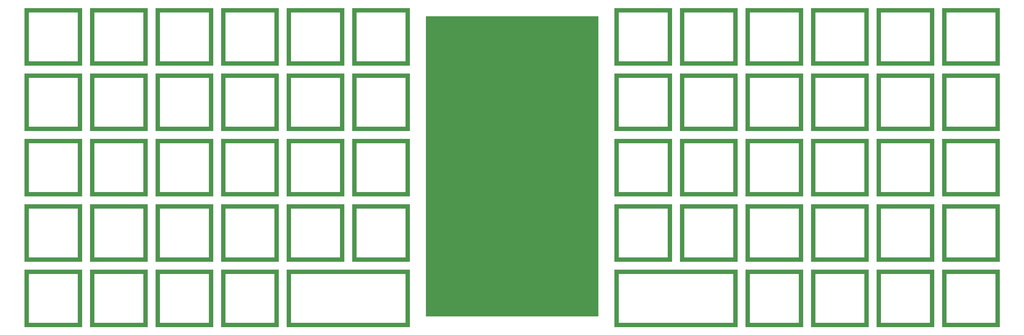
<source format=gts>
%TF.GenerationSoftware,KiCad,Pcbnew,(5.1.10-1-10_14)*%
%TF.CreationDate,2021-08-21T09:36:11+02:00*%
%TF.ProjectId,brutal60-split,62727574-616c-4363-902d-73706c69742e,rev?*%
%TF.SameCoordinates,Original*%
%TF.FileFunction,Soldermask,Top*%
%TF.FilePolarity,Negative*%
%FSLAX46Y46*%
G04 Gerber Fmt 4.6, Leading zero omitted, Abs format (unit mm)*
G04 Created by KiCad (PCBNEW (5.1.10-1-10_14)) date 2021-08-21 09:36:11*
%MOMM*%
%LPD*%
G01*
G04 APERTURE LIST*
%ADD10C,0.100000*%
G04 APERTURE END LIST*
D10*
G36*
X64293750Y-76676250D02*
G01*
X47625000Y-76676250D01*
X48815625Y-75485625D01*
X63103125Y-75485625D01*
X64293750Y-76676250D01*
G37*
X64293750Y-76676250D02*
X47625000Y-76676250D01*
X48815625Y-75485625D01*
X63103125Y-75485625D01*
X64293750Y-76676250D01*
G36*
X48815625Y-61198125D02*
G01*
X48815625Y-75485625D01*
X47625000Y-76676250D01*
X47625000Y-60007500D01*
X48815625Y-61198125D01*
G37*
X48815625Y-61198125D02*
X48815625Y-75485625D01*
X47625000Y-76676250D01*
X47625000Y-60007500D01*
X48815625Y-61198125D01*
G36*
X10715625Y-61198125D02*
G01*
X10715625Y-75485625D01*
X9525000Y-76676250D01*
X9525000Y-60007500D01*
X10715625Y-61198125D01*
G37*
X10715625Y-61198125D02*
X10715625Y-75485625D01*
X9525000Y-76676250D01*
X9525000Y-60007500D01*
X10715625Y-61198125D01*
G36*
X67865625Y-61198125D02*
G01*
X67865625Y-75485625D01*
X66675000Y-76676250D01*
X66675000Y-60007500D01*
X67865625Y-61198125D01*
G37*
X67865625Y-61198125D02*
X67865625Y-75485625D01*
X66675000Y-76676250D01*
X66675000Y-60007500D01*
X67865625Y-61198125D01*
G36*
X83343750Y-76676250D02*
G01*
X82153125Y-75485625D01*
X82153125Y-61198125D01*
X83343750Y-60007500D01*
X83343750Y-76676250D01*
G37*
X83343750Y-76676250D02*
X82153125Y-75485625D01*
X82153125Y-61198125D01*
X83343750Y-60007500D01*
X83343750Y-76676250D01*
G36*
X26193750Y-76676250D02*
G01*
X9525000Y-76676250D01*
X10715625Y-75485625D01*
X25003125Y-75485625D01*
X26193750Y-76676250D01*
G37*
X26193750Y-76676250D02*
X9525000Y-76676250D01*
X10715625Y-75485625D01*
X25003125Y-75485625D01*
X26193750Y-76676250D01*
G36*
X102393750Y-76676250D02*
G01*
X101203125Y-75485625D01*
X101203125Y-61198125D01*
X102393750Y-60007500D01*
X102393750Y-76676250D01*
G37*
X102393750Y-76676250D02*
X101203125Y-75485625D01*
X101203125Y-61198125D01*
X102393750Y-60007500D01*
X102393750Y-76676250D01*
G36*
X83343750Y-76676250D02*
G01*
X66675000Y-76676250D01*
X67865625Y-75485625D01*
X82153125Y-75485625D01*
X83343750Y-76676250D01*
G37*
X83343750Y-76676250D02*
X66675000Y-76676250D01*
X67865625Y-75485625D01*
X82153125Y-75485625D01*
X83343750Y-76676250D01*
G36*
X82153125Y-61198125D02*
G01*
X67865625Y-61198125D01*
X66675000Y-60007500D01*
X83343750Y-60007500D01*
X82153125Y-61198125D01*
G37*
X82153125Y-61198125D02*
X67865625Y-61198125D01*
X66675000Y-60007500D01*
X83343750Y-60007500D01*
X82153125Y-61198125D01*
G36*
X86915625Y-61198125D02*
G01*
X86915625Y-75485625D01*
X85725000Y-76676250D01*
X85725000Y-60007500D01*
X86915625Y-61198125D01*
G37*
X86915625Y-61198125D02*
X86915625Y-75485625D01*
X85725000Y-76676250D01*
X85725000Y-60007500D01*
X86915625Y-61198125D01*
G36*
X7143750Y-76676250D02*
G01*
X5953125Y-75485625D01*
X5953125Y-61198125D01*
X7143750Y-60007500D01*
X7143750Y-76676250D01*
G37*
X7143750Y-76676250D02*
X5953125Y-75485625D01*
X5953125Y-61198125D01*
X7143750Y-60007500D01*
X7143750Y-76676250D01*
G36*
X25003125Y-61198125D02*
G01*
X10715625Y-61198125D01*
X9525000Y-60007500D01*
X26193750Y-60007500D01*
X25003125Y-61198125D01*
G37*
X25003125Y-61198125D02*
X10715625Y-61198125D01*
X9525000Y-60007500D01*
X26193750Y-60007500D01*
X25003125Y-61198125D01*
G36*
X44053125Y-61198125D02*
G01*
X29765625Y-61198125D01*
X28575000Y-60007500D01*
X45243750Y-60007500D01*
X44053125Y-61198125D01*
G37*
X44053125Y-61198125D02*
X29765625Y-61198125D01*
X28575000Y-60007500D01*
X45243750Y-60007500D01*
X44053125Y-61198125D01*
G36*
X64293750Y-76676250D02*
G01*
X63103125Y-75485625D01*
X63103125Y-61198125D01*
X64293750Y-60007500D01*
X64293750Y-76676250D01*
G37*
X64293750Y-76676250D02*
X63103125Y-75485625D01*
X63103125Y-61198125D01*
X64293750Y-60007500D01*
X64293750Y-76676250D01*
G36*
X26193750Y-76676250D02*
G01*
X25003125Y-75485625D01*
X25003125Y-61198125D01*
X26193750Y-60007500D01*
X26193750Y-76676250D01*
G37*
X26193750Y-76676250D02*
X25003125Y-75485625D01*
X25003125Y-61198125D01*
X26193750Y-60007500D01*
X26193750Y-76676250D01*
G36*
X102393750Y-57626250D02*
G01*
X85725000Y-57626250D01*
X86915625Y-56435625D01*
X101203125Y-56435625D01*
X102393750Y-57626250D01*
G37*
X102393750Y-57626250D02*
X85725000Y-57626250D01*
X86915625Y-56435625D01*
X101203125Y-56435625D01*
X102393750Y-57626250D01*
G36*
X101203125Y-42148125D02*
G01*
X86915625Y-42148125D01*
X85725000Y-40957500D01*
X102393750Y-40957500D01*
X101203125Y-42148125D01*
G37*
X101203125Y-42148125D02*
X86915625Y-42148125D01*
X85725000Y-40957500D01*
X102393750Y-40957500D01*
X101203125Y-42148125D01*
G36*
X86915625Y-42148125D02*
G01*
X86915625Y-56435625D01*
X85725000Y-57626250D01*
X85725000Y-40957500D01*
X86915625Y-42148125D01*
G37*
X86915625Y-42148125D02*
X86915625Y-56435625D01*
X85725000Y-57626250D01*
X85725000Y-40957500D01*
X86915625Y-42148125D01*
G36*
X102393750Y-57626250D02*
G01*
X101203125Y-56435625D01*
X101203125Y-42148125D01*
X102393750Y-40957500D01*
X102393750Y-57626250D01*
G37*
X102393750Y-57626250D02*
X101203125Y-56435625D01*
X101203125Y-42148125D01*
X102393750Y-40957500D01*
X102393750Y-57626250D01*
G36*
X83343750Y-57626250D02*
G01*
X66675000Y-57626250D01*
X67865625Y-56435625D01*
X82153125Y-56435625D01*
X83343750Y-57626250D01*
G37*
X83343750Y-57626250D02*
X66675000Y-57626250D01*
X67865625Y-56435625D01*
X82153125Y-56435625D01*
X83343750Y-57626250D01*
G36*
X82153125Y-42148125D02*
G01*
X67865625Y-42148125D01*
X66675000Y-40957500D01*
X83343750Y-40957500D01*
X82153125Y-42148125D01*
G37*
X82153125Y-42148125D02*
X67865625Y-42148125D01*
X66675000Y-40957500D01*
X83343750Y-40957500D01*
X82153125Y-42148125D01*
G36*
X67865625Y-42148125D02*
G01*
X67865625Y-56435625D01*
X66675000Y-57626250D01*
X66675000Y-40957500D01*
X67865625Y-42148125D01*
G37*
X67865625Y-42148125D02*
X67865625Y-56435625D01*
X66675000Y-57626250D01*
X66675000Y-40957500D01*
X67865625Y-42148125D01*
G36*
X83343750Y-57626250D02*
G01*
X82153125Y-56435625D01*
X82153125Y-42148125D01*
X83343750Y-40957500D01*
X83343750Y-57626250D01*
G37*
X83343750Y-57626250D02*
X82153125Y-56435625D01*
X82153125Y-42148125D01*
X83343750Y-40957500D01*
X83343750Y-57626250D01*
G36*
X64293750Y-57626250D02*
G01*
X47625000Y-57626250D01*
X48815625Y-56435625D01*
X63103125Y-56435625D01*
X64293750Y-57626250D01*
G37*
X64293750Y-57626250D02*
X47625000Y-57626250D01*
X48815625Y-56435625D01*
X63103125Y-56435625D01*
X64293750Y-57626250D01*
G36*
X63103125Y-42148125D02*
G01*
X48815625Y-42148125D01*
X47625000Y-40957500D01*
X64293750Y-40957500D01*
X63103125Y-42148125D01*
G37*
X63103125Y-42148125D02*
X48815625Y-42148125D01*
X47625000Y-40957500D01*
X64293750Y-40957500D01*
X63103125Y-42148125D01*
G36*
X48815625Y-42148125D02*
G01*
X48815625Y-56435625D01*
X47625000Y-57626250D01*
X47625000Y-40957500D01*
X48815625Y-42148125D01*
G37*
X48815625Y-42148125D02*
X48815625Y-56435625D01*
X47625000Y-57626250D01*
X47625000Y-40957500D01*
X48815625Y-42148125D01*
G36*
X64293750Y-57626250D02*
G01*
X63103125Y-56435625D01*
X63103125Y-42148125D01*
X64293750Y-40957500D01*
X64293750Y-57626250D01*
G37*
X64293750Y-57626250D02*
X63103125Y-56435625D01*
X63103125Y-42148125D01*
X64293750Y-40957500D01*
X64293750Y-57626250D01*
G36*
X45243750Y-57626250D02*
G01*
X28575000Y-57626250D01*
X29765625Y-56435625D01*
X44053125Y-56435625D01*
X45243750Y-57626250D01*
G37*
X45243750Y-57626250D02*
X28575000Y-57626250D01*
X29765625Y-56435625D01*
X44053125Y-56435625D01*
X45243750Y-57626250D01*
G36*
X44053125Y-42148125D02*
G01*
X29765625Y-42148125D01*
X28575000Y-40957500D01*
X45243750Y-40957500D01*
X44053125Y-42148125D01*
G37*
X44053125Y-42148125D02*
X29765625Y-42148125D01*
X28575000Y-40957500D01*
X45243750Y-40957500D01*
X44053125Y-42148125D01*
G36*
X29765625Y-42148125D02*
G01*
X29765625Y-56435625D01*
X28575000Y-57626250D01*
X28575000Y-40957500D01*
X29765625Y-42148125D01*
G37*
X29765625Y-42148125D02*
X29765625Y-56435625D01*
X28575000Y-57626250D01*
X28575000Y-40957500D01*
X29765625Y-42148125D01*
G36*
X45243750Y-57626250D02*
G01*
X44053125Y-56435625D01*
X44053125Y-42148125D01*
X45243750Y-40957500D01*
X45243750Y-57626250D01*
G37*
X45243750Y-57626250D02*
X44053125Y-56435625D01*
X44053125Y-42148125D01*
X45243750Y-40957500D01*
X45243750Y-57626250D01*
G36*
X26193750Y-57626250D02*
G01*
X9525000Y-57626250D01*
X10715625Y-56435625D01*
X25003125Y-56435625D01*
X26193750Y-57626250D01*
G37*
X26193750Y-57626250D02*
X9525000Y-57626250D01*
X10715625Y-56435625D01*
X25003125Y-56435625D01*
X26193750Y-57626250D01*
G36*
X25003125Y-42148125D02*
G01*
X10715625Y-42148125D01*
X9525000Y-40957500D01*
X26193750Y-40957500D01*
X25003125Y-42148125D01*
G37*
X25003125Y-42148125D02*
X10715625Y-42148125D01*
X9525000Y-40957500D01*
X26193750Y-40957500D01*
X25003125Y-42148125D01*
G36*
X10715625Y-42148125D02*
G01*
X10715625Y-56435625D01*
X9525000Y-57626250D01*
X9525000Y-40957500D01*
X10715625Y-42148125D01*
G37*
X10715625Y-42148125D02*
X10715625Y-56435625D01*
X9525000Y-57626250D01*
X9525000Y-40957500D01*
X10715625Y-42148125D01*
G36*
X26193750Y-57626250D02*
G01*
X25003125Y-56435625D01*
X25003125Y-42148125D01*
X26193750Y-40957500D01*
X26193750Y-57626250D01*
G37*
X26193750Y-57626250D02*
X25003125Y-56435625D01*
X25003125Y-42148125D01*
X26193750Y-40957500D01*
X26193750Y-57626250D01*
G36*
X7143750Y-57626250D02*
G01*
X5953125Y-56435625D01*
X5953125Y-42148125D01*
X7143750Y-40957500D01*
X7143750Y-57626250D01*
G37*
X7143750Y-57626250D02*
X5953125Y-56435625D01*
X5953125Y-42148125D01*
X7143750Y-40957500D01*
X7143750Y-57626250D01*
G36*
X-8334375Y-42148125D02*
G01*
X-8334375Y-56435625D01*
X-9525000Y-57626250D01*
X-9525000Y-40957500D01*
X-8334375Y-42148125D01*
G37*
X-8334375Y-42148125D02*
X-8334375Y-56435625D01*
X-9525000Y-57626250D01*
X-9525000Y-40957500D01*
X-8334375Y-42148125D01*
G36*
X7143750Y-57626250D02*
G01*
X-9525000Y-57626250D01*
X-8334375Y-56435625D01*
X5953125Y-56435625D01*
X7143750Y-57626250D01*
G37*
X7143750Y-57626250D02*
X-9525000Y-57626250D01*
X-8334375Y-56435625D01*
X5953125Y-56435625D01*
X7143750Y-57626250D01*
G36*
X5953125Y-42148125D02*
G01*
X-8334375Y-42148125D01*
X-9525000Y-40957500D01*
X7143750Y-40957500D01*
X5953125Y-42148125D01*
G37*
X5953125Y-42148125D02*
X-8334375Y-42148125D01*
X-9525000Y-40957500D01*
X7143750Y-40957500D01*
X5953125Y-42148125D01*
G36*
X102393750Y-76676250D02*
G01*
X85725000Y-76676250D01*
X86915625Y-75485625D01*
X101203125Y-75485625D01*
X102393750Y-76676250D01*
G37*
X102393750Y-76676250D02*
X85725000Y-76676250D01*
X86915625Y-75485625D01*
X101203125Y-75485625D01*
X102393750Y-76676250D01*
G36*
X101203125Y-61198125D02*
G01*
X86915625Y-61198125D01*
X85725000Y-60007500D01*
X102393750Y-60007500D01*
X101203125Y-61198125D01*
G37*
X101203125Y-61198125D02*
X86915625Y-61198125D01*
X85725000Y-60007500D01*
X102393750Y-60007500D01*
X101203125Y-61198125D01*
G36*
X63103125Y-61198125D02*
G01*
X48815625Y-61198125D01*
X47625000Y-60007500D01*
X64293750Y-60007500D01*
X63103125Y-61198125D01*
G37*
X63103125Y-61198125D02*
X48815625Y-61198125D01*
X47625000Y-60007500D01*
X64293750Y-60007500D01*
X63103125Y-61198125D01*
G36*
X-8334375Y-61198125D02*
G01*
X-8334375Y-75485625D01*
X-9525000Y-76676250D01*
X-9525000Y-60007500D01*
X-8334375Y-61198125D01*
G37*
X-8334375Y-61198125D02*
X-8334375Y-75485625D01*
X-9525000Y-76676250D01*
X-9525000Y-60007500D01*
X-8334375Y-61198125D01*
G36*
X45243750Y-133826250D02*
G01*
X28575000Y-133826250D01*
X29765625Y-132635625D01*
X44053125Y-132635625D01*
X45243750Y-133826250D01*
G37*
X45243750Y-133826250D02*
X28575000Y-133826250D01*
X29765625Y-132635625D01*
X44053125Y-132635625D01*
X45243750Y-133826250D01*
G36*
X5953125Y-118348125D02*
G01*
X-8334375Y-118348125D01*
X-9525000Y-117157500D01*
X7143750Y-117157500D01*
X5953125Y-118348125D01*
G37*
X5953125Y-118348125D02*
X-8334375Y-118348125D01*
X-9525000Y-117157500D01*
X7143750Y-117157500D01*
X5953125Y-118348125D01*
G36*
X63103125Y-118348125D02*
G01*
X48815625Y-118348125D01*
X47625000Y-117157500D01*
X64293750Y-117157500D01*
X63103125Y-118348125D01*
G37*
X63103125Y-118348125D02*
X48815625Y-118348125D01*
X47625000Y-117157500D01*
X64293750Y-117157500D01*
X63103125Y-118348125D01*
G36*
X-8334375Y-118348125D02*
G01*
X-8334375Y-132635625D01*
X-9525000Y-133826250D01*
X-9525000Y-117157500D01*
X-8334375Y-118348125D01*
G37*
X-8334375Y-118348125D02*
X-8334375Y-132635625D01*
X-9525000Y-133826250D01*
X-9525000Y-117157500D01*
X-8334375Y-118348125D01*
G36*
X7143750Y-133826250D02*
G01*
X5953125Y-132635625D01*
X5953125Y-118348125D01*
X7143750Y-117157500D01*
X7143750Y-133826250D01*
G37*
X7143750Y-133826250D02*
X5953125Y-132635625D01*
X5953125Y-118348125D01*
X7143750Y-117157500D01*
X7143750Y-133826250D01*
G36*
X25003125Y-118348125D02*
G01*
X10715625Y-118348125D01*
X9525000Y-117157500D01*
X26193750Y-117157500D01*
X25003125Y-118348125D01*
G37*
X25003125Y-118348125D02*
X10715625Y-118348125D01*
X9525000Y-117157500D01*
X26193750Y-117157500D01*
X25003125Y-118348125D01*
G36*
X10715625Y-118348125D02*
G01*
X10715625Y-132635625D01*
X9525000Y-133826250D01*
X9525000Y-117157500D01*
X10715625Y-118348125D01*
G37*
X10715625Y-118348125D02*
X10715625Y-132635625D01*
X9525000Y-133826250D01*
X9525000Y-117157500D01*
X10715625Y-118348125D01*
G36*
X26193750Y-133826250D02*
G01*
X9525000Y-133826250D01*
X10715625Y-132635625D01*
X25003125Y-132635625D01*
X26193750Y-133826250D01*
G37*
X26193750Y-133826250D02*
X9525000Y-133826250D01*
X10715625Y-132635625D01*
X25003125Y-132635625D01*
X26193750Y-133826250D01*
G36*
X102393750Y-133826250D02*
G01*
X101203125Y-132635625D01*
X101203125Y-118348125D01*
X102393750Y-117157500D01*
X102393750Y-133826250D01*
G37*
X102393750Y-133826250D02*
X101203125Y-132635625D01*
X101203125Y-118348125D01*
X102393750Y-117157500D01*
X102393750Y-133826250D01*
G36*
X67865625Y-118348125D02*
G01*
X67865625Y-132635625D01*
X66675000Y-133826250D01*
X66675000Y-117157500D01*
X67865625Y-118348125D01*
G37*
X67865625Y-118348125D02*
X67865625Y-132635625D01*
X66675000Y-133826250D01*
X66675000Y-117157500D01*
X67865625Y-118348125D01*
G36*
X64293750Y-133826250D02*
G01*
X47625000Y-133826250D01*
X48815625Y-132635625D01*
X63103125Y-132635625D01*
X64293750Y-133826250D01*
G37*
X64293750Y-133826250D02*
X47625000Y-133826250D01*
X48815625Y-132635625D01*
X63103125Y-132635625D01*
X64293750Y-133826250D01*
G36*
X48815625Y-118348125D02*
G01*
X48815625Y-132635625D01*
X47625000Y-133826250D01*
X47625000Y-117157500D01*
X48815625Y-118348125D01*
G37*
X48815625Y-118348125D02*
X48815625Y-132635625D01*
X47625000Y-133826250D01*
X47625000Y-117157500D01*
X48815625Y-118348125D01*
G36*
X44053125Y-118348125D02*
G01*
X29765625Y-118348125D01*
X28575000Y-117157500D01*
X45243750Y-117157500D01*
X44053125Y-118348125D01*
G37*
X44053125Y-118348125D02*
X29765625Y-118348125D01*
X28575000Y-117157500D01*
X45243750Y-117157500D01*
X44053125Y-118348125D01*
G36*
X64293750Y-133826250D02*
G01*
X63103125Y-132635625D01*
X63103125Y-118348125D01*
X64293750Y-117157500D01*
X64293750Y-133826250D01*
G37*
X64293750Y-133826250D02*
X63103125Y-132635625D01*
X63103125Y-118348125D01*
X64293750Y-117157500D01*
X64293750Y-133826250D01*
G36*
X26193750Y-133826250D02*
G01*
X25003125Y-132635625D01*
X25003125Y-118348125D01*
X26193750Y-117157500D01*
X26193750Y-133826250D01*
G37*
X26193750Y-133826250D02*
X25003125Y-132635625D01*
X25003125Y-118348125D01*
X26193750Y-117157500D01*
X26193750Y-133826250D01*
G36*
X29765625Y-99298125D02*
G01*
X29765625Y-113585625D01*
X28575000Y-114776250D01*
X28575000Y-98107500D01*
X29765625Y-99298125D01*
G37*
X29765625Y-99298125D02*
X29765625Y-113585625D01*
X28575000Y-114776250D01*
X28575000Y-98107500D01*
X29765625Y-99298125D01*
G36*
X7143750Y-114776250D02*
G01*
X-9525000Y-114776250D01*
X-8334375Y-113585625D01*
X5953125Y-113585625D01*
X7143750Y-114776250D01*
G37*
X7143750Y-114776250D02*
X-9525000Y-114776250D01*
X-8334375Y-113585625D01*
X5953125Y-113585625D01*
X7143750Y-114776250D01*
G36*
X45243750Y-114776250D02*
G01*
X44053125Y-113585625D01*
X44053125Y-99298125D01*
X45243750Y-98107500D01*
X45243750Y-114776250D01*
G37*
X45243750Y-114776250D02*
X44053125Y-113585625D01*
X44053125Y-99298125D01*
X45243750Y-98107500D01*
X45243750Y-114776250D01*
G36*
X45243750Y-114776250D02*
G01*
X28575000Y-114776250D01*
X29765625Y-113585625D01*
X44053125Y-113585625D01*
X45243750Y-114776250D01*
G37*
X45243750Y-114776250D02*
X28575000Y-114776250D01*
X29765625Y-113585625D01*
X44053125Y-113585625D01*
X45243750Y-114776250D01*
G36*
X5953125Y-99298125D02*
G01*
X-8334375Y-99298125D01*
X-9525000Y-98107500D01*
X7143750Y-98107500D01*
X5953125Y-99298125D01*
G37*
X5953125Y-99298125D02*
X-8334375Y-99298125D01*
X-9525000Y-98107500D01*
X7143750Y-98107500D01*
X5953125Y-99298125D01*
G36*
X102393750Y-114776250D02*
G01*
X85725000Y-114776250D01*
X86915625Y-113585625D01*
X101203125Y-113585625D01*
X102393750Y-114776250D01*
G37*
X102393750Y-114776250D02*
X85725000Y-114776250D01*
X86915625Y-113585625D01*
X101203125Y-113585625D01*
X102393750Y-114776250D01*
G36*
X101203125Y-99298125D02*
G01*
X86915625Y-99298125D01*
X85725000Y-98107500D01*
X102393750Y-98107500D01*
X101203125Y-99298125D01*
G37*
X101203125Y-99298125D02*
X86915625Y-99298125D01*
X85725000Y-98107500D01*
X102393750Y-98107500D01*
X101203125Y-99298125D01*
G36*
X63103125Y-99298125D02*
G01*
X48815625Y-99298125D01*
X47625000Y-98107500D01*
X64293750Y-98107500D01*
X63103125Y-99298125D01*
G37*
X63103125Y-99298125D02*
X48815625Y-99298125D01*
X47625000Y-98107500D01*
X64293750Y-98107500D01*
X63103125Y-99298125D01*
G36*
X-8334375Y-99298125D02*
G01*
X-8334375Y-113585625D01*
X-9525000Y-114776250D01*
X-9525000Y-98107500D01*
X-8334375Y-99298125D01*
G37*
X-8334375Y-99298125D02*
X-8334375Y-113585625D01*
X-9525000Y-114776250D01*
X-9525000Y-98107500D01*
X-8334375Y-99298125D01*
G36*
X86915625Y-99298125D02*
G01*
X86915625Y-113585625D01*
X85725000Y-114776250D01*
X85725000Y-98107500D01*
X86915625Y-99298125D01*
G37*
X86915625Y-99298125D02*
X86915625Y-113585625D01*
X85725000Y-114776250D01*
X85725000Y-98107500D01*
X86915625Y-99298125D01*
G36*
X7143750Y-114776250D02*
G01*
X5953125Y-113585625D01*
X5953125Y-99298125D01*
X7143750Y-98107500D01*
X7143750Y-114776250D01*
G37*
X7143750Y-114776250D02*
X5953125Y-113585625D01*
X5953125Y-99298125D01*
X7143750Y-98107500D01*
X7143750Y-114776250D01*
G36*
X25003125Y-99298125D02*
G01*
X10715625Y-99298125D01*
X9525000Y-98107500D01*
X26193750Y-98107500D01*
X25003125Y-99298125D01*
G37*
X25003125Y-99298125D02*
X10715625Y-99298125D01*
X9525000Y-98107500D01*
X26193750Y-98107500D01*
X25003125Y-99298125D01*
G36*
X83343750Y-114776250D02*
G01*
X66675000Y-114776250D01*
X67865625Y-113585625D01*
X82153125Y-113585625D01*
X83343750Y-114776250D01*
G37*
X83343750Y-114776250D02*
X66675000Y-114776250D01*
X67865625Y-113585625D01*
X82153125Y-113585625D01*
X83343750Y-114776250D01*
G36*
X82153125Y-99298125D02*
G01*
X67865625Y-99298125D01*
X66675000Y-98107500D01*
X83343750Y-98107500D01*
X82153125Y-99298125D01*
G37*
X82153125Y-99298125D02*
X67865625Y-99298125D01*
X66675000Y-98107500D01*
X83343750Y-98107500D01*
X82153125Y-99298125D01*
G36*
X10715625Y-99298125D02*
G01*
X10715625Y-113585625D01*
X9525000Y-114776250D01*
X9525000Y-98107500D01*
X10715625Y-99298125D01*
G37*
X10715625Y-99298125D02*
X10715625Y-113585625D01*
X9525000Y-114776250D01*
X9525000Y-98107500D01*
X10715625Y-99298125D01*
G36*
X26193750Y-114776250D02*
G01*
X9525000Y-114776250D01*
X10715625Y-113585625D01*
X25003125Y-113585625D01*
X26193750Y-114776250D01*
G37*
X26193750Y-114776250D02*
X9525000Y-114776250D01*
X10715625Y-113585625D01*
X25003125Y-113585625D01*
X26193750Y-114776250D01*
G36*
X102393750Y-114776250D02*
G01*
X101203125Y-113585625D01*
X101203125Y-99298125D01*
X102393750Y-98107500D01*
X102393750Y-114776250D01*
G37*
X102393750Y-114776250D02*
X101203125Y-113585625D01*
X101203125Y-99298125D01*
X102393750Y-98107500D01*
X102393750Y-114776250D01*
G36*
X67865625Y-99298125D02*
G01*
X67865625Y-113585625D01*
X66675000Y-114776250D01*
X66675000Y-98107500D01*
X67865625Y-99298125D01*
G37*
X67865625Y-99298125D02*
X67865625Y-113585625D01*
X66675000Y-114776250D01*
X66675000Y-98107500D01*
X67865625Y-99298125D01*
G36*
X83343750Y-114776250D02*
G01*
X82153125Y-113585625D01*
X82153125Y-99298125D01*
X83343750Y-98107500D01*
X83343750Y-114776250D01*
G37*
X83343750Y-114776250D02*
X82153125Y-113585625D01*
X82153125Y-99298125D01*
X83343750Y-98107500D01*
X83343750Y-114776250D01*
G36*
X64293750Y-114776250D02*
G01*
X47625000Y-114776250D01*
X48815625Y-113585625D01*
X63103125Y-113585625D01*
X64293750Y-114776250D01*
G37*
X64293750Y-114776250D02*
X47625000Y-114776250D01*
X48815625Y-113585625D01*
X63103125Y-113585625D01*
X64293750Y-114776250D01*
G36*
X48815625Y-99298125D02*
G01*
X48815625Y-113585625D01*
X47625000Y-114776250D01*
X47625000Y-98107500D01*
X48815625Y-99298125D01*
G37*
X48815625Y-99298125D02*
X48815625Y-113585625D01*
X47625000Y-114776250D01*
X47625000Y-98107500D01*
X48815625Y-99298125D01*
G36*
X44053125Y-99298125D02*
G01*
X29765625Y-99298125D01*
X28575000Y-98107500D01*
X45243750Y-98107500D01*
X44053125Y-99298125D01*
G37*
X44053125Y-99298125D02*
X29765625Y-99298125D01*
X28575000Y-98107500D01*
X45243750Y-98107500D01*
X44053125Y-99298125D01*
G36*
X64293750Y-114776250D02*
G01*
X63103125Y-113585625D01*
X63103125Y-99298125D01*
X64293750Y-98107500D01*
X64293750Y-114776250D01*
G37*
X64293750Y-114776250D02*
X63103125Y-113585625D01*
X63103125Y-99298125D01*
X64293750Y-98107500D01*
X64293750Y-114776250D01*
G36*
X26193750Y-114776250D02*
G01*
X25003125Y-113585625D01*
X25003125Y-99298125D01*
X26193750Y-98107500D01*
X26193750Y-114776250D01*
G37*
X26193750Y-114776250D02*
X25003125Y-113585625D01*
X25003125Y-99298125D01*
X26193750Y-98107500D01*
X26193750Y-114776250D01*
G36*
X29765625Y-80248125D02*
G01*
X29765625Y-94535625D01*
X28575000Y-95726250D01*
X28575000Y-79057500D01*
X29765625Y-80248125D01*
G37*
X29765625Y-80248125D02*
X29765625Y-94535625D01*
X28575000Y-95726250D01*
X28575000Y-79057500D01*
X29765625Y-80248125D01*
G36*
X7143750Y-95726250D02*
G01*
X-9525000Y-95726250D01*
X-8334375Y-94535625D01*
X5953125Y-94535625D01*
X7143750Y-95726250D01*
G37*
X7143750Y-95726250D02*
X-9525000Y-95726250D01*
X-8334375Y-94535625D01*
X5953125Y-94535625D01*
X7143750Y-95726250D01*
G36*
X45243750Y-95726250D02*
G01*
X44053125Y-94535625D01*
X44053125Y-80248125D01*
X45243750Y-79057500D01*
X45243750Y-95726250D01*
G37*
X45243750Y-95726250D02*
X44053125Y-94535625D01*
X44053125Y-80248125D01*
X45243750Y-79057500D01*
X45243750Y-95726250D01*
G36*
X45243750Y-95726250D02*
G01*
X28575000Y-95726250D01*
X29765625Y-94535625D01*
X44053125Y-94535625D01*
X45243750Y-95726250D01*
G37*
X45243750Y-95726250D02*
X28575000Y-95726250D01*
X29765625Y-94535625D01*
X44053125Y-94535625D01*
X45243750Y-95726250D01*
G36*
X5953125Y-80248125D02*
G01*
X-8334375Y-80248125D01*
X-9525000Y-79057500D01*
X7143750Y-79057500D01*
X5953125Y-80248125D01*
G37*
X5953125Y-80248125D02*
X-8334375Y-80248125D01*
X-9525000Y-79057500D01*
X7143750Y-79057500D01*
X5953125Y-80248125D01*
G36*
X102393750Y-95726250D02*
G01*
X85725000Y-95726250D01*
X86915625Y-94535625D01*
X101203125Y-94535625D01*
X102393750Y-95726250D01*
G37*
X102393750Y-95726250D02*
X85725000Y-95726250D01*
X86915625Y-94535625D01*
X101203125Y-94535625D01*
X102393750Y-95726250D01*
G36*
X101203125Y-80248125D02*
G01*
X86915625Y-80248125D01*
X85725000Y-79057500D01*
X102393750Y-79057500D01*
X101203125Y-80248125D01*
G37*
X101203125Y-80248125D02*
X86915625Y-80248125D01*
X85725000Y-79057500D01*
X102393750Y-79057500D01*
X101203125Y-80248125D01*
G36*
X63103125Y-80248125D02*
G01*
X48815625Y-80248125D01*
X47625000Y-79057500D01*
X64293750Y-79057500D01*
X63103125Y-80248125D01*
G37*
X63103125Y-80248125D02*
X48815625Y-80248125D01*
X47625000Y-79057500D01*
X64293750Y-79057500D01*
X63103125Y-80248125D01*
G36*
X-8334375Y-80248125D02*
G01*
X-8334375Y-94535625D01*
X-9525000Y-95726250D01*
X-9525000Y-79057500D01*
X-8334375Y-80248125D01*
G37*
X-8334375Y-80248125D02*
X-8334375Y-94535625D01*
X-9525000Y-95726250D01*
X-9525000Y-79057500D01*
X-8334375Y-80248125D01*
G36*
X86915625Y-80248125D02*
G01*
X86915625Y-94535625D01*
X85725000Y-95726250D01*
X85725000Y-79057500D01*
X86915625Y-80248125D01*
G37*
X86915625Y-80248125D02*
X86915625Y-94535625D01*
X85725000Y-95726250D01*
X85725000Y-79057500D01*
X86915625Y-80248125D01*
G36*
X7143750Y-95726250D02*
G01*
X5953125Y-94535625D01*
X5953125Y-80248125D01*
X7143750Y-79057500D01*
X7143750Y-95726250D01*
G37*
X7143750Y-95726250D02*
X5953125Y-94535625D01*
X5953125Y-80248125D01*
X7143750Y-79057500D01*
X7143750Y-95726250D01*
G36*
X25003125Y-80248125D02*
G01*
X10715625Y-80248125D01*
X9525000Y-79057500D01*
X26193750Y-79057500D01*
X25003125Y-80248125D01*
G37*
X25003125Y-80248125D02*
X10715625Y-80248125D01*
X9525000Y-79057500D01*
X26193750Y-79057500D01*
X25003125Y-80248125D01*
G36*
X83343750Y-95726250D02*
G01*
X66675000Y-95726250D01*
X67865625Y-94535625D01*
X82153125Y-94535625D01*
X83343750Y-95726250D01*
G37*
X83343750Y-95726250D02*
X66675000Y-95726250D01*
X67865625Y-94535625D01*
X82153125Y-94535625D01*
X83343750Y-95726250D01*
G36*
X82153125Y-80248125D02*
G01*
X67865625Y-80248125D01*
X66675000Y-79057500D01*
X83343750Y-79057500D01*
X82153125Y-80248125D01*
G37*
X82153125Y-80248125D02*
X67865625Y-80248125D01*
X66675000Y-79057500D01*
X83343750Y-79057500D01*
X82153125Y-80248125D01*
G36*
X10715625Y-80248125D02*
G01*
X10715625Y-94535625D01*
X9525000Y-95726250D01*
X9525000Y-79057500D01*
X10715625Y-80248125D01*
G37*
X10715625Y-80248125D02*
X10715625Y-94535625D01*
X9525000Y-95726250D01*
X9525000Y-79057500D01*
X10715625Y-80248125D01*
G36*
X26193750Y-95726250D02*
G01*
X9525000Y-95726250D01*
X10715625Y-94535625D01*
X25003125Y-94535625D01*
X26193750Y-95726250D01*
G37*
X26193750Y-95726250D02*
X9525000Y-95726250D01*
X10715625Y-94535625D01*
X25003125Y-94535625D01*
X26193750Y-95726250D01*
G36*
X102393750Y-95726250D02*
G01*
X101203125Y-94535625D01*
X101203125Y-80248125D01*
X102393750Y-79057500D01*
X102393750Y-95726250D01*
G37*
X102393750Y-95726250D02*
X101203125Y-94535625D01*
X101203125Y-80248125D01*
X102393750Y-79057500D01*
X102393750Y-95726250D01*
G36*
X67865625Y-80248125D02*
G01*
X67865625Y-94535625D01*
X66675000Y-95726250D01*
X66675000Y-79057500D01*
X67865625Y-80248125D01*
G37*
X67865625Y-80248125D02*
X67865625Y-94535625D01*
X66675000Y-95726250D01*
X66675000Y-79057500D01*
X67865625Y-80248125D01*
G36*
X83343750Y-95726250D02*
G01*
X82153125Y-94535625D01*
X82153125Y-80248125D01*
X83343750Y-79057500D01*
X83343750Y-95726250D01*
G37*
X83343750Y-95726250D02*
X82153125Y-94535625D01*
X82153125Y-80248125D01*
X83343750Y-79057500D01*
X83343750Y-95726250D01*
G36*
X64293750Y-95726250D02*
G01*
X47625000Y-95726250D01*
X48815625Y-94535625D01*
X63103125Y-94535625D01*
X64293750Y-95726250D01*
G37*
X64293750Y-95726250D02*
X47625000Y-95726250D01*
X48815625Y-94535625D01*
X63103125Y-94535625D01*
X64293750Y-95726250D01*
G36*
X48815625Y-80248125D02*
G01*
X48815625Y-94535625D01*
X47625000Y-95726250D01*
X47625000Y-79057500D01*
X48815625Y-80248125D01*
G37*
X48815625Y-80248125D02*
X48815625Y-94535625D01*
X47625000Y-95726250D01*
X47625000Y-79057500D01*
X48815625Y-80248125D01*
G36*
X44053125Y-80248125D02*
G01*
X29765625Y-80248125D01*
X28575000Y-79057500D01*
X45243750Y-79057500D01*
X44053125Y-80248125D01*
G37*
X44053125Y-80248125D02*
X29765625Y-80248125D01*
X28575000Y-79057500D01*
X45243750Y-79057500D01*
X44053125Y-80248125D01*
G36*
X64293750Y-95726250D02*
G01*
X63103125Y-94535625D01*
X63103125Y-80248125D01*
X64293750Y-79057500D01*
X64293750Y-95726250D01*
G37*
X64293750Y-95726250D02*
X63103125Y-94535625D01*
X63103125Y-80248125D01*
X64293750Y-79057500D01*
X64293750Y-95726250D01*
G36*
X26193750Y-95726250D02*
G01*
X25003125Y-94535625D01*
X25003125Y-80248125D01*
X26193750Y-79057500D01*
X26193750Y-95726250D01*
G37*
X26193750Y-95726250D02*
X25003125Y-94535625D01*
X25003125Y-80248125D01*
X26193750Y-79057500D01*
X26193750Y-95726250D01*
G36*
X29765625Y-61198125D02*
G01*
X29765625Y-75485625D01*
X28575000Y-76676250D01*
X28575000Y-60007500D01*
X29765625Y-61198125D01*
G37*
X29765625Y-61198125D02*
X29765625Y-75485625D01*
X28575000Y-76676250D01*
X28575000Y-60007500D01*
X29765625Y-61198125D01*
G36*
X7143750Y-76676250D02*
G01*
X-9525000Y-76676250D01*
X-8334375Y-75485625D01*
X5953125Y-75485625D01*
X7143750Y-76676250D01*
G37*
X7143750Y-76676250D02*
X-9525000Y-76676250D01*
X-8334375Y-75485625D01*
X5953125Y-75485625D01*
X7143750Y-76676250D01*
G36*
X45243750Y-76676250D02*
G01*
X44053125Y-75485625D01*
X44053125Y-61198125D01*
X45243750Y-60007500D01*
X45243750Y-76676250D01*
G37*
X45243750Y-76676250D02*
X44053125Y-75485625D01*
X44053125Y-61198125D01*
X45243750Y-60007500D01*
X45243750Y-76676250D01*
G36*
X45243750Y-76676250D02*
G01*
X28575000Y-76676250D01*
X29765625Y-75485625D01*
X44053125Y-75485625D01*
X45243750Y-76676250D01*
G37*
X45243750Y-76676250D02*
X28575000Y-76676250D01*
X29765625Y-75485625D01*
X44053125Y-75485625D01*
X45243750Y-76676250D01*
G36*
X5953125Y-61198125D02*
G01*
X-8334375Y-61198125D01*
X-9525000Y-60007500D01*
X7143750Y-60007500D01*
X5953125Y-61198125D01*
G37*
X5953125Y-61198125D02*
X-8334375Y-61198125D01*
X-9525000Y-60007500D01*
X7143750Y-60007500D01*
X5953125Y-61198125D01*
G36*
X182165625Y-80248125D02*
G01*
X182165625Y-94535625D01*
X180975000Y-95726250D01*
X180975000Y-79057500D01*
X182165625Y-80248125D01*
G37*
X182165625Y-80248125D02*
X182165625Y-94535625D01*
X180975000Y-95726250D01*
X180975000Y-79057500D01*
X182165625Y-80248125D01*
G36*
X201215625Y-99298125D02*
G01*
X201215625Y-113585625D01*
X200025000Y-114776250D01*
X200025000Y-98107500D01*
X201215625Y-99298125D01*
G37*
X201215625Y-99298125D02*
X201215625Y-113585625D01*
X200025000Y-114776250D01*
X200025000Y-98107500D01*
X201215625Y-99298125D01*
G36*
X178593750Y-114776250D02*
G01*
X161925000Y-114776250D01*
X163115625Y-113585625D01*
X177403125Y-113585625D01*
X178593750Y-114776250D01*
G37*
X178593750Y-114776250D02*
X161925000Y-114776250D01*
X163115625Y-113585625D01*
X177403125Y-113585625D01*
X178593750Y-114776250D01*
G36*
X258365625Y-80248125D02*
G01*
X258365625Y-94535625D01*
X257175000Y-95726250D01*
X257175000Y-79057500D01*
X258365625Y-80248125D01*
G37*
X258365625Y-80248125D02*
X258365625Y-94535625D01*
X257175000Y-95726250D01*
X257175000Y-79057500D01*
X258365625Y-80248125D01*
G36*
X178593750Y-95726250D02*
G01*
X177403125Y-94535625D01*
X177403125Y-80248125D01*
X178593750Y-79057500D01*
X178593750Y-95726250D01*
G37*
X178593750Y-95726250D02*
X177403125Y-94535625D01*
X177403125Y-80248125D01*
X178593750Y-79057500D01*
X178593750Y-95726250D01*
G36*
X273843750Y-95726250D02*
G01*
X257175000Y-95726250D01*
X258365625Y-94535625D01*
X272653125Y-94535625D01*
X273843750Y-95726250D01*
G37*
X273843750Y-95726250D02*
X257175000Y-95726250D01*
X258365625Y-94535625D01*
X272653125Y-94535625D01*
X273843750Y-95726250D01*
G36*
X272653125Y-80248125D02*
G01*
X258365625Y-80248125D01*
X257175000Y-79057500D01*
X273843750Y-79057500D01*
X272653125Y-80248125D01*
G37*
X272653125Y-80248125D02*
X258365625Y-80248125D01*
X257175000Y-79057500D01*
X273843750Y-79057500D01*
X272653125Y-80248125D01*
G36*
X234553125Y-80248125D02*
G01*
X220265625Y-80248125D01*
X219075000Y-79057500D01*
X235743750Y-79057500D01*
X234553125Y-80248125D01*
G37*
X234553125Y-80248125D02*
X220265625Y-80248125D01*
X219075000Y-79057500D01*
X235743750Y-79057500D01*
X234553125Y-80248125D01*
G36*
X220265625Y-80248125D02*
G01*
X220265625Y-94535625D01*
X219075000Y-95726250D01*
X219075000Y-79057500D01*
X220265625Y-80248125D01*
G37*
X220265625Y-80248125D02*
X220265625Y-94535625D01*
X219075000Y-95726250D01*
X219075000Y-79057500D01*
X220265625Y-80248125D01*
G36*
X235743750Y-57626250D02*
G01*
X234553125Y-56435625D01*
X234553125Y-42148125D01*
X235743750Y-40957500D01*
X235743750Y-57626250D01*
G37*
X235743750Y-57626250D02*
X234553125Y-56435625D01*
X234553125Y-42148125D01*
X235743750Y-40957500D01*
X235743750Y-57626250D01*
G36*
X197643750Y-57626250D02*
G01*
X196453125Y-56435625D01*
X196453125Y-42148125D01*
X197643750Y-40957500D01*
X197643750Y-57626250D01*
G37*
X197643750Y-57626250D02*
X196453125Y-56435625D01*
X196453125Y-42148125D01*
X197643750Y-40957500D01*
X197643750Y-57626250D01*
G36*
X273843750Y-133826250D02*
G01*
X272653125Y-132635625D01*
X272653125Y-118348125D01*
X273843750Y-117157500D01*
X273843750Y-133826250D01*
G37*
X273843750Y-133826250D02*
X272653125Y-132635625D01*
X272653125Y-118348125D01*
X273843750Y-117157500D01*
X273843750Y-133826250D01*
G36*
X197643750Y-95726250D02*
G01*
X180975000Y-95726250D01*
X182165625Y-94535625D01*
X196453125Y-94535625D01*
X197643750Y-95726250D01*
G37*
X197643750Y-95726250D02*
X180975000Y-95726250D01*
X182165625Y-94535625D01*
X196453125Y-94535625D01*
X197643750Y-95726250D01*
G36*
X273843750Y-95726250D02*
G01*
X272653125Y-94535625D01*
X272653125Y-80248125D01*
X273843750Y-79057500D01*
X273843750Y-95726250D01*
G37*
X273843750Y-95726250D02*
X272653125Y-94535625D01*
X272653125Y-80248125D01*
X273843750Y-79057500D01*
X273843750Y-95726250D01*
G36*
X239315625Y-80248125D02*
G01*
X239315625Y-94535625D01*
X238125000Y-95726250D01*
X238125000Y-79057500D01*
X239315625Y-80248125D01*
G37*
X239315625Y-80248125D02*
X239315625Y-94535625D01*
X238125000Y-95726250D01*
X238125000Y-79057500D01*
X239315625Y-80248125D01*
G36*
X254793750Y-95726250D02*
G01*
X253603125Y-94535625D01*
X253603125Y-80248125D01*
X254793750Y-79057500D01*
X254793750Y-95726250D01*
G37*
X254793750Y-95726250D02*
X253603125Y-94535625D01*
X253603125Y-80248125D01*
X254793750Y-79057500D01*
X254793750Y-95726250D01*
G36*
X235743750Y-95726250D02*
G01*
X219075000Y-95726250D01*
X220265625Y-94535625D01*
X234553125Y-94535625D01*
X235743750Y-95726250D01*
G37*
X235743750Y-95726250D02*
X219075000Y-95726250D01*
X220265625Y-94535625D01*
X234553125Y-94535625D01*
X235743750Y-95726250D01*
G36*
X215503125Y-80248125D02*
G01*
X201215625Y-80248125D01*
X200025000Y-79057500D01*
X216693750Y-79057500D01*
X215503125Y-80248125D01*
G37*
X215503125Y-80248125D02*
X201215625Y-80248125D01*
X200025000Y-79057500D01*
X216693750Y-79057500D01*
X215503125Y-80248125D01*
G36*
X235743750Y-95726250D02*
G01*
X234553125Y-94535625D01*
X234553125Y-80248125D01*
X235743750Y-79057500D01*
X235743750Y-95726250D01*
G37*
X235743750Y-95726250D02*
X234553125Y-94535625D01*
X234553125Y-80248125D01*
X235743750Y-79057500D01*
X235743750Y-95726250D01*
G36*
X197643750Y-95726250D02*
G01*
X196453125Y-94535625D01*
X196453125Y-80248125D01*
X197643750Y-79057500D01*
X197643750Y-95726250D01*
G37*
X197643750Y-95726250D02*
X196453125Y-94535625D01*
X196453125Y-80248125D01*
X197643750Y-79057500D01*
X197643750Y-95726250D01*
G36*
X201215625Y-61198125D02*
G01*
X201215625Y-75485625D01*
X200025000Y-76676250D01*
X200025000Y-60007500D01*
X201215625Y-61198125D01*
G37*
X201215625Y-61198125D02*
X201215625Y-75485625D01*
X200025000Y-76676250D01*
X200025000Y-60007500D01*
X201215625Y-61198125D01*
G36*
X273843750Y-76676250D02*
G01*
X257175000Y-76676250D01*
X258365625Y-75485625D01*
X272653125Y-75485625D01*
X273843750Y-76676250D01*
G37*
X273843750Y-76676250D02*
X257175000Y-76676250D01*
X258365625Y-75485625D01*
X272653125Y-75485625D01*
X273843750Y-76676250D01*
G36*
X272653125Y-61198125D02*
G01*
X258365625Y-61198125D01*
X257175000Y-60007500D01*
X273843750Y-60007500D01*
X272653125Y-61198125D01*
G37*
X272653125Y-61198125D02*
X258365625Y-61198125D01*
X257175000Y-60007500D01*
X273843750Y-60007500D01*
X272653125Y-61198125D01*
G36*
X178593750Y-76676250D02*
G01*
X161925000Y-76676250D01*
X163115625Y-75485625D01*
X177403125Y-75485625D01*
X178593750Y-76676250D01*
G37*
X178593750Y-76676250D02*
X161925000Y-76676250D01*
X163115625Y-75485625D01*
X177403125Y-75485625D01*
X178593750Y-76676250D01*
G36*
X216693750Y-76676250D02*
G01*
X215503125Y-75485625D01*
X215503125Y-61198125D01*
X216693750Y-60007500D01*
X216693750Y-76676250D01*
G37*
X216693750Y-76676250D02*
X215503125Y-75485625D01*
X215503125Y-61198125D01*
X216693750Y-60007500D01*
X216693750Y-76676250D01*
G36*
X216693750Y-76676250D02*
G01*
X200025000Y-76676250D01*
X201215625Y-75485625D01*
X215503125Y-75485625D01*
X216693750Y-76676250D01*
G37*
X216693750Y-76676250D02*
X200025000Y-76676250D01*
X201215625Y-75485625D01*
X215503125Y-75485625D01*
X216693750Y-76676250D01*
G36*
X177403125Y-61198125D02*
G01*
X163115625Y-61198125D01*
X161925000Y-60007500D01*
X178593750Y-60007500D01*
X177403125Y-61198125D01*
G37*
X177403125Y-61198125D02*
X163115625Y-61198125D01*
X161925000Y-60007500D01*
X178593750Y-60007500D01*
X177403125Y-61198125D01*
G36*
X234553125Y-61198125D02*
G01*
X220265625Y-61198125D01*
X219075000Y-60007500D01*
X235743750Y-60007500D01*
X234553125Y-61198125D01*
G37*
X234553125Y-61198125D02*
X220265625Y-61198125D01*
X219075000Y-60007500D01*
X235743750Y-60007500D01*
X234553125Y-61198125D01*
G36*
X163115625Y-61198125D02*
G01*
X163115625Y-75485625D01*
X161925000Y-76676250D01*
X161925000Y-60007500D01*
X163115625Y-61198125D01*
G37*
X163115625Y-61198125D02*
X163115625Y-75485625D01*
X161925000Y-76676250D01*
X161925000Y-60007500D01*
X163115625Y-61198125D01*
G36*
X258365625Y-61198125D02*
G01*
X258365625Y-75485625D01*
X257175000Y-76676250D01*
X257175000Y-60007500D01*
X258365625Y-61198125D01*
G37*
X258365625Y-61198125D02*
X258365625Y-75485625D01*
X257175000Y-76676250D01*
X257175000Y-60007500D01*
X258365625Y-61198125D01*
G36*
X178593750Y-76676250D02*
G01*
X177403125Y-75485625D01*
X177403125Y-61198125D01*
X178593750Y-60007500D01*
X178593750Y-76676250D01*
G37*
X178593750Y-76676250D02*
X177403125Y-75485625D01*
X177403125Y-61198125D01*
X178593750Y-60007500D01*
X178593750Y-76676250D01*
G36*
X196453125Y-61198125D02*
G01*
X182165625Y-61198125D01*
X180975000Y-60007500D01*
X197643750Y-60007500D01*
X196453125Y-61198125D01*
G37*
X196453125Y-61198125D02*
X182165625Y-61198125D01*
X180975000Y-60007500D01*
X197643750Y-60007500D01*
X196453125Y-61198125D01*
G36*
X254793750Y-76676250D02*
G01*
X238125000Y-76676250D01*
X239315625Y-75485625D01*
X253603125Y-75485625D01*
X254793750Y-76676250D01*
G37*
X254793750Y-76676250D02*
X238125000Y-76676250D01*
X239315625Y-75485625D01*
X253603125Y-75485625D01*
X254793750Y-76676250D01*
G36*
X253603125Y-61198125D02*
G01*
X239315625Y-61198125D01*
X238125000Y-60007500D01*
X254793750Y-60007500D01*
X253603125Y-61198125D01*
G37*
X253603125Y-61198125D02*
X239315625Y-61198125D01*
X238125000Y-60007500D01*
X254793750Y-60007500D01*
X253603125Y-61198125D01*
G36*
X182165625Y-61198125D02*
G01*
X182165625Y-75485625D01*
X180975000Y-76676250D01*
X180975000Y-60007500D01*
X182165625Y-61198125D01*
G37*
X182165625Y-61198125D02*
X182165625Y-75485625D01*
X180975000Y-76676250D01*
X180975000Y-60007500D01*
X182165625Y-61198125D01*
G36*
X197643750Y-76676250D02*
G01*
X180975000Y-76676250D01*
X182165625Y-75485625D01*
X196453125Y-75485625D01*
X197643750Y-76676250D01*
G37*
X197643750Y-76676250D02*
X180975000Y-76676250D01*
X182165625Y-75485625D01*
X196453125Y-75485625D01*
X197643750Y-76676250D01*
G36*
X273843750Y-76676250D02*
G01*
X272653125Y-75485625D01*
X272653125Y-61198125D01*
X273843750Y-60007500D01*
X273843750Y-76676250D01*
G37*
X273843750Y-76676250D02*
X272653125Y-75485625D01*
X272653125Y-61198125D01*
X273843750Y-60007500D01*
X273843750Y-76676250D01*
G36*
X239315625Y-61198125D02*
G01*
X239315625Y-75485625D01*
X238125000Y-76676250D01*
X238125000Y-60007500D01*
X239315625Y-61198125D01*
G37*
X239315625Y-61198125D02*
X239315625Y-75485625D01*
X238125000Y-76676250D01*
X238125000Y-60007500D01*
X239315625Y-61198125D01*
G36*
X215503125Y-61198125D02*
G01*
X201215625Y-61198125D01*
X200025000Y-60007500D01*
X216693750Y-60007500D01*
X215503125Y-61198125D01*
G37*
X215503125Y-61198125D02*
X201215625Y-61198125D01*
X200025000Y-60007500D01*
X216693750Y-60007500D01*
X215503125Y-61198125D01*
G36*
X235743750Y-76676250D02*
G01*
X234553125Y-75485625D01*
X234553125Y-61198125D01*
X235743750Y-60007500D01*
X235743750Y-76676250D01*
G37*
X235743750Y-76676250D02*
X234553125Y-75485625D01*
X234553125Y-61198125D01*
X235743750Y-60007500D01*
X235743750Y-76676250D01*
G36*
X197643750Y-76676250D02*
G01*
X196453125Y-75485625D01*
X196453125Y-61198125D01*
X197643750Y-60007500D01*
X197643750Y-76676250D01*
G37*
X197643750Y-76676250D02*
X196453125Y-75485625D01*
X196453125Y-61198125D01*
X197643750Y-60007500D01*
X197643750Y-76676250D01*
G36*
X201215625Y-42148125D02*
G01*
X201215625Y-56435625D01*
X200025000Y-57626250D01*
X200025000Y-40957500D01*
X201215625Y-42148125D01*
G37*
X201215625Y-42148125D02*
X201215625Y-56435625D01*
X200025000Y-57626250D01*
X200025000Y-40957500D01*
X201215625Y-42148125D01*
G36*
X178593750Y-57626250D02*
G01*
X161925000Y-57626250D01*
X163115625Y-56435625D01*
X177403125Y-56435625D01*
X178593750Y-57626250D01*
G37*
X178593750Y-57626250D02*
X161925000Y-57626250D01*
X163115625Y-56435625D01*
X177403125Y-56435625D01*
X178593750Y-57626250D01*
G36*
X216693750Y-57626250D02*
G01*
X215503125Y-56435625D01*
X215503125Y-42148125D01*
X216693750Y-40957500D01*
X216693750Y-57626250D01*
G37*
X216693750Y-57626250D02*
X215503125Y-56435625D01*
X215503125Y-42148125D01*
X216693750Y-40957500D01*
X216693750Y-57626250D01*
G36*
X216693750Y-57626250D02*
G01*
X200025000Y-57626250D01*
X201215625Y-56435625D01*
X215503125Y-56435625D01*
X216693750Y-57626250D01*
G37*
X216693750Y-57626250D02*
X200025000Y-57626250D01*
X201215625Y-56435625D01*
X215503125Y-56435625D01*
X216693750Y-57626250D01*
G36*
X177403125Y-42148125D02*
G01*
X163115625Y-42148125D01*
X161925000Y-40957500D01*
X178593750Y-40957500D01*
X177403125Y-42148125D01*
G37*
X177403125Y-42148125D02*
X163115625Y-42148125D01*
X161925000Y-40957500D01*
X178593750Y-40957500D01*
X177403125Y-42148125D01*
G36*
X273843750Y-57626250D02*
G01*
X257175000Y-57626250D01*
X258365625Y-56435625D01*
X272653125Y-56435625D01*
X273843750Y-57626250D01*
G37*
X273843750Y-57626250D02*
X257175000Y-57626250D01*
X258365625Y-56435625D01*
X272653125Y-56435625D01*
X273843750Y-57626250D01*
G36*
X272653125Y-42148125D02*
G01*
X258365625Y-42148125D01*
X257175000Y-40957500D01*
X273843750Y-40957500D01*
X272653125Y-42148125D01*
G37*
X272653125Y-42148125D02*
X258365625Y-42148125D01*
X257175000Y-40957500D01*
X273843750Y-40957500D01*
X272653125Y-42148125D01*
G36*
X234553125Y-42148125D02*
G01*
X220265625Y-42148125D01*
X219075000Y-40957500D01*
X235743750Y-40957500D01*
X234553125Y-42148125D01*
G37*
X234553125Y-42148125D02*
X220265625Y-42148125D01*
X219075000Y-40957500D01*
X235743750Y-40957500D01*
X234553125Y-42148125D01*
G36*
X254793750Y-76676250D02*
G01*
X253603125Y-75485625D01*
X253603125Y-61198125D01*
X254793750Y-60007500D01*
X254793750Y-76676250D01*
G37*
X254793750Y-76676250D02*
X253603125Y-75485625D01*
X253603125Y-61198125D01*
X254793750Y-60007500D01*
X254793750Y-76676250D01*
G36*
X235743750Y-76676250D02*
G01*
X219075000Y-76676250D01*
X220265625Y-75485625D01*
X234553125Y-75485625D01*
X235743750Y-76676250D01*
G37*
X235743750Y-76676250D02*
X219075000Y-76676250D01*
X220265625Y-75485625D01*
X234553125Y-75485625D01*
X235743750Y-76676250D01*
G36*
X220265625Y-61198125D02*
G01*
X220265625Y-75485625D01*
X219075000Y-76676250D01*
X219075000Y-60007500D01*
X220265625Y-61198125D01*
G37*
X220265625Y-61198125D02*
X220265625Y-75485625D01*
X219075000Y-76676250D01*
X219075000Y-60007500D01*
X220265625Y-61198125D01*
G36*
X239315625Y-42148125D02*
G01*
X239315625Y-56435625D01*
X238125000Y-57626250D01*
X238125000Y-40957500D01*
X239315625Y-42148125D01*
G37*
X239315625Y-42148125D02*
X239315625Y-56435625D01*
X238125000Y-57626250D01*
X238125000Y-40957500D01*
X239315625Y-42148125D01*
G36*
X254793750Y-57626250D02*
G01*
X253603125Y-56435625D01*
X253603125Y-42148125D01*
X254793750Y-40957500D01*
X254793750Y-57626250D01*
G37*
X254793750Y-57626250D02*
X253603125Y-56435625D01*
X253603125Y-42148125D01*
X254793750Y-40957500D01*
X254793750Y-57626250D01*
G36*
X235743750Y-57626250D02*
G01*
X219075000Y-57626250D01*
X220265625Y-56435625D01*
X234553125Y-56435625D01*
X235743750Y-57626250D01*
G37*
X235743750Y-57626250D02*
X219075000Y-57626250D01*
X220265625Y-56435625D01*
X234553125Y-56435625D01*
X235743750Y-57626250D01*
G36*
X254793750Y-57626250D02*
G01*
X238125000Y-57626250D01*
X239315625Y-56435625D01*
X253603125Y-56435625D01*
X254793750Y-57626250D01*
G37*
X254793750Y-57626250D02*
X238125000Y-57626250D01*
X239315625Y-56435625D01*
X253603125Y-56435625D01*
X254793750Y-57626250D01*
G36*
X253603125Y-42148125D02*
G01*
X239315625Y-42148125D01*
X238125000Y-40957500D01*
X254793750Y-40957500D01*
X253603125Y-42148125D01*
G37*
X253603125Y-42148125D02*
X239315625Y-42148125D01*
X238125000Y-40957500D01*
X254793750Y-40957500D01*
X253603125Y-42148125D01*
G36*
X196453125Y-80248125D02*
G01*
X182165625Y-80248125D01*
X180975000Y-79057500D01*
X197643750Y-79057500D01*
X196453125Y-80248125D01*
G37*
X196453125Y-80248125D02*
X182165625Y-80248125D01*
X180975000Y-79057500D01*
X197643750Y-79057500D01*
X196453125Y-80248125D01*
G36*
X254793750Y-95726250D02*
G01*
X238125000Y-95726250D01*
X239315625Y-94535625D01*
X253603125Y-94535625D01*
X254793750Y-95726250D01*
G37*
X254793750Y-95726250D02*
X238125000Y-95726250D01*
X239315625Y-94535625D01*
X253603125Y-94535625D01*
X254793750Y-95726250D01*
G36*
X253603125Y-80248125D02*
G01*
X239315625Y-80248125D01*
X238125000Y-79057500D01*
X254793750Y-79057500D01*
X253603125Y-80248125D01*
G37*
X253603125Y-80248125D02*
X239315625Y-80248125D01*
X238125000Y-79057500D01*
X254793750Y-79057500D01*
X253603125Y-80248125D01*
G36*
X258365625Y-42148125D02*
G01*
X258365625Y-56435625D01*
X257175000Y-57626250D01*
X257175000Y-40957500D01*
X258365625Y-42148125D01*
G37*
X258365625Y-42148125D02*
X258365625Y-56435625D01*
X257175000Y-57626250D01*
X257175000Y-40957500D01*
X258365625Y-42148125D01*
G36*
X178593750Y-57626250D02*
G01*
X177403125Y-56435625D01*
X177403125Y-42148125D01*
X178593750Y-40957500D01*
X178593750Y-57626250D01*
G37*
X178593750Y-57626250D02*
X177403125Y-56435625D01*
X177403125Y-42148125D01*
X178593750Y-40957500D01*
X178593750Y-57626250D01*
G36*
X196453125Y-42148125D02*
G01*
X182165625Y-42148125D01*
X180975000Y-40957500D01*
X197643750Y-40957500D01*
X196453125Y-42148125D01*
G37*
X196453125Y-42148125D02*
X182165625Y-42148125D01*
X180975000Y-40957500D01*
X197643750Y-40957500D01*
X196453125Y-42148125D01*
G36*
X157162500Y-130730625D02*
G01*
X107156250Y-130730625D01*
X107156250Y-43338750D01*
X157162500Y-43338750D01*
X157162500Y-130730625D01*
G37*
X157162500Y-130730625D02*
X107156250Y-130730625D01*
X107156250Y-43338750D01*
X157162500Y-43338750D01*
X157162500Y-130730625D01*
G36*
X177403125Y-80248125D02*
G01*
X163115625Y-80248125D01*
X161925000Y-79057500D01*
X178593750Y-79057500D01*
X177403125Y-80248125D01*
G37*
X177403125Y-80248125D02*
X163115625Y-80248125D01*
X161925000Y-79057500D01*
X178593750Y-79057500D01*
X177403125Y-80248125D01*
G36*
X29765625Y-118348125D02*
G01*
X29765625Y-132635625D01*
X28575000Y-133826250D01*
X28575000Y-117157500D01*
X29765625Y-118348125D01*
G37*
X29765625Y-118348125D02*
X29765625Y-132635625D01*
X28575000Y-133826250D01*
X28575000Y-117157500D01*
X29765625Y-118348125D01*
G36*
X7143750Y-133826250D02*
G01*
X-9525000Y-133826250D01*
X-8334375Y-132635625D01*
X5953125Y-132635625D01*
X7143750Y-133826250D01*
G37*
X7143750Y-133826250D02*
X-9525000Y-133826250D01*
X-8334375Y-132635625D01*
X5953125Y-132635625D01*
X7143750Y-133826250D01*
G36*
X45243750Y-133826250D02*
G01*
X44053125Y-132635625D01*
X44053125Y-118348125D01*
X45243750Y-117157500D01*
X45243750Y-133826250D01*
G37*
X45243750Y-133826250D02*
X44053125Y-132635625D01*
X44053125Y-118348125D01*
X45243750Y-117157500D01*
X45243750Y-133826250D01*
G36*
X220265625Y-42148125D02*
G01*
X220265625Y-56435625D01*
X219075000Y-57626250D01*
X219075000Y-40957500D01*
X220265625Y-42148125D01*
G37*
X220265625Y-42148125D02*
X220265625Y-56435625D01*
X219075000Y-57626250D01*
X219075000Y-40957500D01*
X220265625Y-42148125D01*
G36*
X182165625Y-42148125D02*
G01*
X182165625Y-56435625D01*
X180975000Y-57626250D01*
X180975000Y-40957500D01*
X182165625Y-42148125D01*
G37*
X182165625Y-42148125D02*
X182165625Y-56435625D01*
X180975000Y-57626250D01*
X180975000Y-40957500D01*
X182165625Y-42148125D01*
G36*
X163115625Y-42148125D02*
G01*
X163115625Y-56435625D01*
X161925000Y-57626250D01*
X161925000Y-40957500D01*
X163115625Y-42148125D01*
G37*
X163115625Y-42148125D02*
X163115625Y-56435625D01*
X161925000Y-57626250D01*
X161925000Y-40957500D01*
X163115625Y-42148125D01*
G36*
X197643750Y-57626250D02*
G01*
X180975000Y-57626250D01*
X182165625Y-56435625D01*
X196453125Y-56435625D01*
X197643750Y-57626250D01*
G37*
X197643750Y-57626250D02*
X180975000Y-57626250D01*
X182165625Y-56435625D01*
X196453125Y-56435625D01*
X197643750Y-57626250D01*
G36*
X273843750Y-57626250D02*
G01*
X272653125Y-56435625D01*
X272653125Y-42148125D01*
X273843750Y-40957500D01*
X273843750Y-57626250D01*
G37*
X273843750Y-57626250D02*
X272653125Y-56435625D01*
X272653125Y-42148125D01*
X273843750Y-40957500D01*
X273843750Y-57626250D01*
G36*
X215503125Y-42148125D02*
G01*
X201215625Y-42148125D01*
X200025000Y-40957500D01*
X216693750Y-40957500D01*
X215503125Y-42148125D01*
G37*
X215503125Y-42148125D02*
X201215625Y-42148125D01*
X200025000Y-40957500D01*
X216693750Y-40957500D01*
X215503125Y-42148125D01*
G36*
X196453125Y-118348125D02*
G01*
X163115625Y-118348125D01*
X161925000Y-117157500D01*
X197643750Y-117157500D01*
X196453125Y-118348125D01*
G37*
X196453125Y-118348125D02*
X163115625Y-118348125D01*
X161925000Y-117157500D01*
X197643750Y-117157500D01*
X196453125Y-118348125D01*
G36*
X197643634Y-133826358D02*
G01*
X161924884Y-133826358D01*
X163115509Y-132635733D01*
X196453009Y-132635733D01*
X197643634Y-133826358D01*
G37*
X197643634Y-133826358D02*
X161924884Y-133826358D01*
X163115509Y-132635733D01*
X196453009Y-132635733D01*
X197643634Y-133826358D01*
G36*
X102393634Y-133826358D02*
G01*
X66674884Y-133826358D01*
X67865509Y-132635733D01*
X101203009Y-132635733D01*
X102393634Y-133826358D01*
G37*
X102393634Y-133826358D02*
X66674884Y-133826358D01*
X67865509Y-132635733D01*
X101203009Y-132635733D01*
X102393634Y-133826358D01*
G36*
X101203125Y-118348125D02*
G01*
X67865625Y-118348125D01*
X66675000Y-117157500D01*
X102393750Y-117157500D01*
X101203125Y-118348125D01*
G37*
X101203125Y-118348125D02*
X67865625Y-118348125D01*
X66675000Y-117157500D01*
X102393750Y-117157500D01*
X101203125Y-118348125D01*
G36*
X201215625Y-118348125D02*
G01*
X201215625Y-132635625D01*
X200025000Y-133826250D01*
X200025000Y-117157500D01*
X201215625Y-118348125D01*
G37*
X201215625Y-118348125D02*
X201215625Y-132635625D01*
X200025000Y-133826250D01*
X200025000Y-117157500D01*
X201215625Y-118348125D01*
G36*
X216693750Y-133826250D02*
G01*
X215503125Y-132635625D01*
X215503125Y-118348125D01*
X216693750Y-117157500D01*
X216693750Y-133826250D01*
G37*
X216693750Y-133826250D02*
X215503125Y-132635625D01*
X215503125Y-118348125D01*
X216693750Y-117157500D01*
X216693750Y-133826250D01*
G36*
X216693750Y-133826250D02*
G01*
X200025000Y-133826250D01*
X201215625Y-132635625D01*
X215503125Y-132635625D01*
X216693750Y-133826250D01*
G37*
X216693750Y-133826250D02*
X200025000Y-133826250D01*
X201215625Y-132635625D01*
X215503125Y-132635625D01*
X216693750Y-133826250D01*
G36*
X273843750Y-133826250D02*
G01*
X257175000Y-133826250D01*
X258365625Y-132635625D01*
X272653125Y-132635625D01*
X273843750Y-133826250D01*
G37*
X273843750Y-133826250D02*
X257175000Y-133826250D01*
X258365625Y-132635625D01*
X272653125Y-132635625D01*
X273843750Y-133826250D01*
G36*
X272653125Y-118348125D02*
G01*
X258365625Y-118348125D01*
X257175000Y-117157500D01*
X273843750Y-117157500D01*
X272653125Y-118348125D01*
G37*
X272653125Y-118348125D02*
X258365625Y-118348125D01*
X257175000Y-117157500D01*
X273843750Y-117157500D01*
X272653125Y-118348125D01*
G36*
X234553125Y-118348125D02*
G01*
X220265625Y-118348125D01*
X219075000Y-117157500D01*
X235743750Y-117157500D01*
X234553125Y-118348125D01*
G37*
X234553125Y-118348125D02*
X220265625Y-118348125D01*
X219075000Y-117157500D01*
X235743750Y-117157500D01*
X234553125Y-118348125D01*
G36*
X163115625Y-118348125D02*
G01*
X163115625Y-132635625D01*
X161925000Y-133826250D01*
X161925000Y-117157500D01*
X163115625Y-118348125D01*
G37*
X163115625Y-118348125D02*
X163115625Y-132635625D01*
X161925000Y-133826250D01*
X161925000Y-117157500D01*
X163115625Y-118348125D01*
G36*
X258365625Y-118348125D02*
G01*
X258365625Y-132635625D01*
X257175000Y-133826250D01*
X257175000Y-117157500D01*
X258365625Y-118348125D01*
G37*
X258365625Y-118348125D02*
X258365625Y-132635625D01*
X257175000Y-133826250D01*
X257175000Y-117157500D01*
X258365625Y-118348125D01*
G36*
X254793750Y-133826250D02*
G01*
X238125000Y-133826250D01*
X239315625Y-132635625D01*
X253603125Y-132635625D01*
X254793750Y-133826250D01*
G37*
X254793750Y-133826250D02*
X238125000Y-133826250D01*
X239315625Y-132635625D01*
X253603125Y-132635625D01*
X254793750Y-133826250D01*
G36*
X253603125Y-118348125D02*
G01*
X239315625Y-118348125D01*
X238125000Y-117157500D01*
X254793750Y-117157500D01*
X253603125Y-118348125D01*
G37*
X253603125Y-118348125D02*
X239315625Y-118348125D01*
X238125000Y-117157500D01*
X254793750Y-117157500D01*
X253603125Y-118348125D01*
G36*
X239315625Y-118348125D02*
G01*
X239315625Y-132635625D01*
X238125000Y-133826250D01*
X238125000Y-117157500D01*
X239315625Y-118348125D01*
G37*
X239315625Y-118348125D02*
X239315625Y-132635625D01*
X238125000Y-133826250D01*
X238125000Y-117157500D01*
X239315625Y-118348125D01*
G36*
X254793750Y-133826250D02*
G01*
X253603125Y-132635625D01*
X253603125Y-118348125D01*
X254793750Y-117157500D01*
X254793750Y-133826250D01*
G37*
X254793750Y-133826250D02*
X253603125Y-132635625D01*
X253603125Y-118348125D01*
X254793750Y-117157500D01*
X254793750Y-133826250D01*
G36*
X235743750Y-133826250D02*
G01*
X219075000Y-133826250D01*
X220265625Y-132635625D01*
X234553125Y-132635625D01*
X235743750Y-133826250D01*
G37*
X235743750Y-133826250D02*
X219075000Y-133826250D01*
X220265625Y-132635625D01*
X234553125Y-132635625D01*
X235743750Y-133826250D01*
G36*
X220265625Y-118348125D02*
G01*
X220265625Y-132635625D01*
X219075000Y-133826250D01*
X219075000Y-117157500D01*
X220265625Y-118348125D01*
G37*
X220265625Y-118348125D02*
X220265625Y-132635625D01*
X219075000Y-133826250D01*
X219075000Y-117157500D01*
X220265625Y-118348125D01*
G36*
X215503125Y-118348125D02*
G01*
X201215625Y-118348125D01*
X200025000Y-117157500D01*
X216693750Y-117157500D01*
X215503125Y-118348125D01*
G37*
X215503125Y-118348125D02*
X201215625Y-118348125D01*
X200025000Y-117157500D01*
X216693750Y-117157500D01*
X215503125Y-118348125D01*
G36*
X235743750Y-133826250D02*
G01*
X234553125Y-132635625D01*
X234553125Y-118348125D01*
X235743750Y-117157500D01*
X235743750Y-133826250D01*
G37*
X235743750Y-133826250D02*
X234553125Y-132635625D01*
X234553125Y-118348125D01*
X235743750Y-117157500D01*
X235743750Y-133826250D01*
G36*
X197643750Y-133826250D02*
G01*
X196453125Y-132635625D01*
X196453125Y-118348125D01*
X197643750Y-117157500D01*
X197643750Y-133826250D01*
G37*
X197643750Y-133826250D02*
X196453125Y-132635625D01*
X196453125Y-118348125D01*
X197643750Y-117157500D01*
X197643750Y-133826250D01*
G36*
X163115625Y-80248125D02*
G01*
X163115625Y-94535625D01*
X161925000Y-95726250D01*
X161925000Y-79057500D01*
X163115625Y-80248125D01*
G37*
X163115625Y-80248125D02*
X163115625Y-94535625D01*
X161925000Y-95726250D01*
X161925000Y-79057500D01*
X163115625Y-80248125D01*
G36*
X216693750Y-114776250D02*
G01*
X215503125Y-113585625D01*
X215503125Y-99298125D01*
X216693750Y-98107500D01*
X216693750Y-114776250D01*
G37*
X216693750Y-114776250D02*
X215503125Y-113585625D01*
X215503125Y-99298125D01*
X216693750Y-98107500D01*
X216693750Y-114776250D01*
G36*
X216693750Y-114776250D02*
G01*
X200025000Y-114776250D01*
X201215625Y-113585625D01*
X215503125Y-113585625D01*
X216693750Y-114776250D01*
G37*
X216693750Y-114776250D02*
X200025000Y-114776250D01*
X201215625Y-113585625D01*
X215503125Y-113585625D01*
X216693750Y-114776250D01*
G36*
X177403125Y-99298125D02*
G01*
X163115625Y-99298125D01*
X161925000Y-98107500D01*
X178593750Y-98107500D01*
X177403125Y-99298125D01*
G37*
X177403125Y-99298125D02*
X163115625Y-99298125D01*
X161925000Y-98107500D01*
X178593750Y-98107500D01*
X177403125Y-99298125D01*
G36*
X273843750Y-114776250D02*
G01*
X257175000Y-114776250D01*
X258365625Y-113585625D01*
X272653125Y-113585625D01*
X273843750Y-114776250D01*
G37*
X273843750Y-114776250D02*
X257175000Y-114776250D01*
X258365625Y-113585625D01*
X272653125Y-113585625D01*
X273843750Y-114776250D01*
G36*
X272653125Y-99298125D02*
G01*
X258365625Y-99298125D01*
X257175000Y-98107500D01*
X273843750Y-98107500D01*
X272653125Y-99298125D01*
G37*
X272653125Y-99298125D02*
X258365625Y-99298125D01*
X257175000Y-98107500D01*
X273843750Y-98107500D01*
X272653125Y-99298125D01*
G36*
X234553125Y-99298125D02*
G01*
X220265625Y-99298125D01*
X219075000Y-98107500D01*
X235743750Y-98107500D01*
X234553125Y-99298125D01*
G37*
X234553125Y-99298125D02*
X220265625Y-99298125D01*
X219075000Y-98107500D01*
X235743750Y-98107500D01*
X234553125Y-99298125D01*
G36*
X163115625Y-99298125D02*
G01*
X163115625Y-113585625D01*
X161925000Y-114776250D01*
X161925000Y-98107500D01*
X163115625Y-99298125D01*
G37*
X163115625Y-99298125D02*
X163115625Y-113585625D01*
X161925000Y-114776250D01*
X161925000Y-98107500D01*
X163115625Y-99298125D01*
G36*
X258365625Y-99298125D02*
G01*
X258365625Y-113585625D01*
X257175000Y-114776250D01*
X257175000Y-98107500D01*
X258365625Y-99298125D01*
G37*
X258365625Y-99298125D02*
X258365625Y-113585625D01*
X257175000Y-114776250D01*
X257175000Y-98107500D01*
X258365625Y-99298125D01*
G36*
X178593750Y-114776250D02*
G01*
X177403125Y-113585625D01*
X177403125Y-99298125D01*
X178593750Y-98107500D01*
X178593750Y-114776250D01*
G37*
X178593750Y-114776250D02*
X177403125Y-113585625D01*
X177403125Y-99298125D01*
X178593750Y-98107500D01*
X178593750Y-114776250D01*
G36*
X196453125Y-99298125D02*
G01*
X182165625Y-99298125D01*
X180975000Y-98107500D01*
X197643750Y-98107500D01*
X196453125Y-99298125D01*
G37*
X196453125Y-99298125D02*
X182165625Y-99298125D01*
X180975000Y-98107500D01*
X197643750Y-98107500D01*
X196453125Y-99298125D01*
G36*
X254793750Y-114776250D02*
G01*
X238125000Y-114776250D01*
X239315625Y-113585625D01*
X253603125Y-113585625D01*
X254793750Y-114776250D01*
G37*
X254793750Y-114776250D02*
X238125000Y-114776250D01*
X239315625Y-113585625D01*
X253603125Y-113585625D01*
X254793750Y-114776250D01*
G36*
X253603125Y-99298125D02*
G01*
X239315625Y-99298125D01*
X238125000Y-98107500D01*
X254793750Y-98107500D01*
X253603125Y-99298125D01*
G37*
X253603125Y-99298125D02*
X239315625Y-99298125D01*
X238125000Y-98107500D01*
X254793750Y-98107500D01*
X253603125Y-99298125D01*
G36*
X182165625Y-99298125D02*
G01*
X182165625Y-113585625D01*
X180975000Y-114776250D01*
X180975000Y-98107500D01*
X182165625Y-99298125D01*
G37*
X182165625Y-99298125D02*
X182165625Y-113585625D01*
X180975000Y-114776250D01*
X180975000Y-98107500D01*
X182165625Y-99298125D01*
G36*
X197643750Y-114776250D02*
G01*
X180975000Y-114776250D01*
X182165625Y-113585625D01*
X196453125Y-113585625D01*
X197643750Y-114776250D01*
G37*
X197643750Y-114776250D02*
X180975000Y-114776250D01*
X182165625Y-113585625D01*
X196453125Y-113585625D01*
X197643750Y-114776250D01*
G36*
X273843750Y-114776250D02*
G01*
X272653125Y-113585625D01*
X272653125Y-99298125D01*
X273843750Y-98107500D01*
X273843750Y-114776250D01*
G37*
X273843750Y-114776250D02*
X272653125Y-113585625D01*
X272653125Y-99298125D01*
X273843750Y-98107500D01*
X273843750Y-114776250D01*
G36*
X239315625Y-99298125D02*
G01*
X239315625Y-113585625D01*
X238125000Y-114776250D01*
X238125000Y-98107500D01*
X239315625Y-99298125D01*
G37*
X239315625Y-99298125D02*
X239315625Y-113585625D01*
X238125000Y-114776250D01*
X238125000Y-98107500D01*
X239315625Y-99298125D01*
G36*
X254793750Y-114776250D02*
G01*
X253603125Y-113585625D01*
X253603125Y-99298125D01*
X254793750Y-98107500D01*
X254793750Y-114776250D01*
G37*
X254793750Y-114776250D02*
X253603125Y-113585625D01*
X253603125Y-99298125D01*
X254793750Y-98107500D01*
X254793750Y-114776250D01*
G36*
X235743750Y-114776250D02*
G01*
X219075000Y-114776250D01*
X220265625Y-113585625D01*
X234553125Y-113585625D01*
X235743750Y-114776250D01*
G37*
X235743750Y-114776250D02*
X219075000Y-114776250D01*
X220265625Y-113585625D01*
X234553125Y-113585625D01*
X235743750Y-114776250D01*
G36*
X220265625Y-99298125D02*
G01*
X220265625Y-113585625D01*
X219075000Y-114776250D01*
X219075000Y-98107500D01*
X220265625Y-99298125D01*
G37*
X220265625Y-99298125D02*
X220265625Y-113585625D01*
X219075000Y-114776250D01*
X219075000Y-98107500D01*
X220265625Y-99298125D01*
G36*
X215503125Y-99298125D02*
G01*
X201215625Y-99298125D01*
X200025000Y-98107500D01*
X216693750Y-98107500D01*
X215503125Y-99298125D01*
G37*
X215503125Y-99298125D02*
X201215625Y-99298125D01*
X200025000Y-98107500D01*
X216693750Y-98107500D01*
X215503125Y-99298125D01*
G36*
X235743750Y-114776250D02*
G01*
X234553125Y-113585625D01*
X234553125Y-99298125D01*
X235743750Y-98107500D01*
X235743750Y-114776250D01*
G37*
X235743750Y-114776250D02*
X234553125Y-113585625D01*
X234553125Y-99298125D01*
X235743750Y-98107500D01*
X235743750Y-114776250D01*
G36*
X197643750Y-114776250D02*
G01*
X196453125Y-113585625D01*
X196453125Y-99298125D01*
X197643750Y-98107500D01*
X197643750Y-114776250D01*
G37*
X197643750Y-114776250D02*
X196453125Y-113585625D01*
X196453125Y-99298125D01*
X197643750Y-98107500D01*
X197643750Y-114776250D01*
G36*
X201215625Y-80248125D02*
G01*
X201215625Y-94535625D01*
X200025000Y-95726250D01*
X200025000Y-79057500D01*
X201215625Y-80248125D01*
G37*
X201215625Y-80248125D02*
X201215625Y-94535625D01*
X200025000Y-95726250D01*
X200025000Y-79057500D01*
X201215625Y-80248125D01*
G36*
X178593750Y-95726250D02*
G01*
X161925000Y-95726250D01*
X163115625Y-94535625D01*
X177403125Y-94535625D01*
X178593750Y-95726250D01*
G37*
X178593750Y-95726250D02*
X161925000Y-95726250D01*
X163115625Y-94535625D01*
X177403125Y-94535625D01*
X178593750Y-95726250D01*
G36*
X216693750Y-95726250D02*
G01*
X215503125Y-94535625D01*
X215503125Y-80248125D01*
X216693750Y-79057500D01*
X216693750Y-95726250D01*
G37*
X216693750Y-95726250D02*
X215503125Y-94535625D01*
X215503125Y-80248125D01*
X216693750Y-79057500D01*
X216693750Y-95726250D01*
G36*
X216693750Y-95726250D02*
G01*
X200025000Y-95726250D01*
X201215625Y-94535625D01*
X215503125Y-94535625D01*
X216693750Y-95726250D01*
G37*
X216693750Y-95726250D02*
X200025000Y-95726250D01*
X201215625Y-94535625D01*
X215503125Y-94535625D01*
X216693750Y-95726250D01*
M02*

</source>
